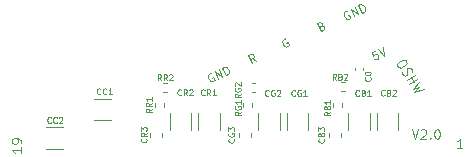
<source format=gbr>
%TF.GenerationSoftware,KiCad,Pcbnew,6.0.11-2627ca5db0~126~ubuntu20.04.1*%
%TF.CreationDate,2023-08-10T10:55:21+02:00*%
%TF.ProjectId,ScartPCB,53636172-7450-4434-922e-6b696361645f,2.0*%
%TF.SameCoordinates,PX76bb820PY7641700*%
%TF.FileFunction,Legend,Top*%
%TF.FilePolarity,Positive*%
%FSLAX46Y46*%
G04 Gerber Fmt 4.6, Leading zero omitted, Abs format (unit mm)*
G04 Created by KiCad (PCBNEW 6.0.11-2627ca5db0~126~ubuntu20.04.1) date 2023-08-10 10:55:21*
%MOMM*%
%LPD*%
G01*
G04 APERTURE LIST*
%ADD10C,0.100000*%
%ADD11C,0.120000*%
G04 APERTURE END LIST*
D10*
X28792719Y16903812D02*
X28718211Y16905848D01*
X28627580Y16863586D01*
X28551037Y16791114D01*
X28518791Y16702519D01*
X28516755Y16628011D01*
X28542894Y16493082D01*
X28585156Y16402452D01*
X28671715Y16295698D01*
X28730100Y16249365D01*
X28818695Y16217119D01*
X28923413Y16229170D01*
X28983834Y16257345D01*
X29060377Y16329817D01*
X29076500Y16374114D01*
X28977889Y16585586D01*
X28857048Y16529237D01*
X29376567Y16440479D02*
X29080734Y17074895D01*
X29739090Y16609527D01*
X29443257Y17243942D01*
X30041193Y16750399D02*
X29745360Y17384815D01*
X29896411Y17455251D01*
X30001129Y17467303D01*
X30089724Y17435057D01*
X30148109Y17388724D01*
X30234669Y17281970D01*
X30276930Y17191339D01*
X30303069Y17056411D01*
X30301034Y16981903D01*
X30268788Y16893308D01*
X30192244Y16820836D01*
X30041193Y16750399D01*
X21092795Y12679570D02*
X20740451Y12883062D01*
X20730272Y12510523D02*
X20434439Y13144938D01*
X20676121Y13257637D01*
X20750629Y13255601D01*
X20794927Y13239478D01*
X20853312Y13193145D01*
X20895573Y13102514D01*
X20893538Y13028006D01*
X20877415Y12983709D01*
X20831082Y12925324D01*
X20589399Y12812626D01*
X26603384Y15633847D02*
X26708102Y15645898D01*
X26752400Y15629775D01*
X26810784Y15583442D01*
X26853046Y15492811D01*
X26851010Y15418304D01*
X26834888Y15374006D01*
X26788554Y15315621D01*
X26546872Y15202923D01*
X26251039Y15837338D01*
X26462511Y15935949D01*
X26537019Y15933914D01*
X26581317Y15917791D01*
X26639701Y15871457D01*
X26667876Y15811037D01*
X26665840Y15736529D01*
X26649717Y15692232D01*
X26603384Y15633847D01*
X26391912Y15535236D01*
X33737166Y12713886D02*
X33817916Y12584660D01*
X33825984Y12499859D01*
X33801746Y12394871D01*
X33692707Y12281815D01*
X33466561Y12140503D01*
X33317147Y12092060D01*
X33212159Y12116299D01*
X33139477Y12160725D01*
X33058728Y12289951D01*
X33050660Y12374752D01*
X33074898Y12479740D01*
X33183937Y12592796D01*
X33410083Y12734108D01*
X33559497Y12782551D01*
X33664485Y12758312D01*
X33737166Y12713886D01*
X33434220Y11760926D02*
X33462476Y11643819D01*
X33563413Y11482286D01*
X33636094Y11437860D01*
X33688588Y11425741D01*
X33773389Y11433809D01*
X33838002Y11474184D01*
X33882428Y11546866D01*
X33894547Y11599360D01*
X33886479Y11684160D01*
X33838036Y11833574D01*
X33829968Y11918375D01*
X33842087Y11970869D01*
X33886513Y12043550D01*
X33951126Y12083925D01*
X34035926Y12091993D01*
X34088420Y12079874D01*
X34161102Y12035448D01*
X34262039Y11873915D01*
X34290294Y11756808D01*
X33825849Y11062300D02*
X34504288Y11486236D01*
X34181222Y11284362D02*
X34423470Y10896683D01*
X34068098Y10674621D02*
X34746536Y11098557D01*
X34908036Y10840104D02*
X34330534Y10254636D01*
X34895883Y10428220D01*
X34492033Y9996183D01*
X35271409Y10258585D01*
X17286519Y11620612D02*
X17212011Y11622648D01*
X17121380Y11580386D01*
X17044837Y11507914D01*
X17012591Y11419319D01*
X17010555Y11344811D01*
X17036694Y11209882D01*
X17078956Y11119252D01*
X17165515Y11012498D01*
X17223900Y10966165D01*
X17312495Y10933919D01*
X17417213Y10945970D01*
X17477634Y10974145D01*
X17554177Y11046617D01*
X17570300Y11090914D01*
X17471689Y11302386D01*
X17350848Y11246037D01*
X17870367Y11157279D02*
X17574534Y11791695D01*
X18232890Y11326327D01*
X17937057Y11960742D01*
X18534993Y11467199D02*
X18239160Y12101615D01*
X18390211Y12172051D01*
X18494929Y12184103D01*
X18583524Y12151857D01*
X18641909Y12105524D01*
X18728469Y11998770D01*
X18770730Y11908139D01*
X18796869Y11773211D01*
X18794834Y11698703D01*
X18762588Y11610108D01*
X18686044Y11537636D01*
X18534993Y11467199D01*
X31173155Y13547069D02*
X30871052Y13406197D01*
X30981715Y13090007D01*
X30997838Y13134304D01*
X31044171Y13192689D01*
X31195222Y13263125D01*
X31269730Y13261090D01*
X31314028Y13244967D01*
X31372412Y13198634D01*
X31442849Y13047582D01*
X31440813Y12973074D01*
X31424690Y12928777D01*
X31378357Y12870392D01*
X31227306Y12799956D01*
X31152798Y12801991D01*
X31108500Y12818114D01*
X31384627Y13645680D02*
X31891931Y13109876D01*
X31807570Y13842902D01*
X23574840Y14565088D02*
X23500332Y14567124D01*
X23409701Y14524862D01*
X23333157Y14452390D01*
X23300911Y14363795D01*
X23298876Y14289287D01*
X23325015Y14154359D01*
X23367276Y14063728D01*
X23453836Y13956974D01*
X23512221Y13910641D01*
X23600816Y13878395D01*
X23705534Y13890447D01*
X23765954Y13918621D01*
X23842498Y13991093D01*
X23858621Y14035391D01*
X23760010Y14246863D01*
X23639169Y14190514D01*
X38542571Y5274096D02*
X38085428Y5274096D01*
X38314000Y5274096D02*
X38314000Y6074096D01*
X38237809Y5959810D01*
X38161619Y5883620D01*
X38085428Y5845524D01*
X1210904Y5356620D02*
X1210904Y4899477D01*
X1210904Y5128048D02*
X410904Y5128048D01*
X525190Y5051858D01*
X601380Y4975667D01*
X639476Y4899477D01*
X1210904Y5737572D02*
X1210904Y5889953D01*
X1172809Y5966143D01*
X1134714Y6004239D01*
X1020428Y6080429D01*
X868047Y6118524D01*
X563285Y6118524D01*
X487095Y6080429D01*
X449000Y6042334D01*
X410904Y5966143D01*
X410904Y5813762D01*
X449000Y5737572D01*
X487095Y5699477D01*
X563285Y5661381D01*
X753761Y5661381D01*
X829952Y5699477D01*
X868047Y5737572D01*
X906142Y5813762D01*
X906142Y5966143D01*
X868047Y6042334D01*
X829952Y6080429D01*
X753761Y6118524D01*
X34275552Y6861496D02*
X34542219Y6061496D01*
X34808885Y6861496D01*
X35037457Y6785305D02*
X35075552Y6823400D01*
X35151742Y6861496D01*
X35342219Y6861496D01*
X35418409Y6823400D01*
X35456504Y6785305D01*
X35494600Y6709115D01*
X35494600Y6632924D01*
X35456504Y6518639D01*
X34999361Y6061496D01*
X35494600Y6061496D01*
X35837457Y6137686D02*
X35875552Y6099591D01*
X35837457Y6061496D01*
X35799361Y6099591D01*
X35837457Y6137686D01*
X35837457Y6061496D01*
X36370790Y6861496D02*
X36446980Y6861496D01*
X36523171Y6823400D01*
X36561266Y6785305D01*
X36599361Y6709115D01*
X36637457Y6556734D01*
X36637457Y6366258D01*
X36599361Y6213877D01*
X36561266Y6137686D01*
X36523171Y6099591D01*
X36446980Y6061496D01*
X36370790Y6061496D01*
X36294600Y6099591D01*
X36256504Y6137686D01*
X36218409Y6213877D01*
X36180314Y6366258D01*
X36180314Y6556734D01*
X36218409Y6709115D01*
X36256504Y6785305D01*
X36294600Y6823400D01*
X36370790Y6861496D01*
%TO.C,CB2*%
X31960866Y9775429D02*
X31937057Y9751620D01*
X31865628Y9727810D01*
X31818009Y9727810D01*
X31746580Y9751620D01*
X31698961Y9799239D01*
X31675152Y9846858D01*
X31651342Y9942096D01*
X31651342Y10013524D01*
X31675152Y10108762D01*
X31698961Y10156381D01*
X31746580Y10204000D01*
X31818009Y10227810D01*
X31865628Y10227810D01*
X31937057Y10204000D01*
X31960866Y10180191D01*
X32341819Y9989715D02*
X32413247Y9965905D01*
X32437057Y9942096D01*
X32460866Y9894477D01*
X32460866Y9823048D01*
X32437057Y9775429D01*
X32413247Y9751620D01*
X32365628Y9727810D01*
X32175152Y9727810D01*
X32175152Y10227810D01*
X32341819Y10227810D01*
X32389438Y10204000D01*
X32413247Y10180191D01*
X32437057Y10132572D01*
X32437057Y10084953D01*
X32413247Y10037334D01*
X32389438Y10013524D01*
X32341819Y9989715D01*
X32175152Y9989715D01*
X32651342Y10180191D02*
X32675152Y10204000D01*
X32722771Y10227810D01*
X32841819Y10227810D01*
X32889438Y10204000D01*
X32913247Y10180191D01*
X32937057Y10132572D01*
X32937057Y10084953D01*
X32913247Y10013524D01*
X32627533Y9727810D01*
X32937057Y9727810D01*
%TO.C,RR1*%
X12243190Y8604667D02*
X12005095Y8438000D01*
X12243190Y8318953D02*
X11743190Y8318953D01*
X11743190Y8509429D01*
X11767000Y8557048D01*
X11790809Y8580858D01*
X11838428Y8604667D01*
X11909857Y8604667D01*
X11957476Y8580858D01*
X11981285Y8557048D01*
X12005095Y8509429D01*
X12005095Y8318953D01*
X12243190Y9104667D02*
X12005095Y8938000D01*
X12243190Y8818953D02*
X11743190Y8818953D01*
X11743190Y9009429D01*
X11767000Y9057048D01*
X11790809Y9080858D01*
X11838428Y9104667D01*
X11909857Y9104667D01*
X11957476Y9080858D01*
X11981285Y9057048D01*
X12005095Y9009429D01*
X12005095Y8818953D01*
X12243190Y9580858D02*
X12243190Y9295143D01*
X12243190Y9438000D02*
X11743190Y9438000D01*
X11814619Y9390381D01*
X11862238Y9342762D01*
X11886047Y9295143D01*
%TO.C,CR3*%
X11771771Y6090067D02*
X11795580Y6066258D01*
X11819390Y5994829D01*
X11819390Y5947210D01*
X11795580Y5875781D01*
X11747961Y5828162D01*
X11700342Y5804353D01*
X11605104Y5780543D01*
X11533676Y5780543D01*
X11438438Y5804353D01*
X11390819Y5828162D01*
X11343200Y5875781D01*
X11319390Y5947210D01*
X11319390Y5994829D01*
X11343200Y6066258D01*
X11367009Y6090067D01*
X11819390Y6590067D02*
X11581295Y6423400D01*
X11819390Y6304353D02*
X11319390Y6304353D01*
X11319390Y6494829D01*
X11343200Y6542448D01*
X11367009Y6566258D01*
X11414628Y6590067D01*
X11486057Y6590067D01*
X11533676Y6566258D01*
X11557485Y6542448D01*
X11581295Y6494829D01*
X11581295Y6304353D01*
X11319390Y6756734D02*
X11319390Y7066258D01*
X11509866Y6899591D01*
X11509866Y6971020D01*
X11533676Y7018639D01*
X11557485Y7042448D01*
X11605104Y7066258D01*
X11724152Y7066258D01*
X11771771Y7042448D01*
X11795580Y7018639D01*
X11819390Y6971020D01*
X11819390Y6828162D01*
X11795580Y6780543D01*
X11771771Y6756734D01*
%TO.C,RG2*%
X19769590Y9874667D02*
X19531495Y9708000D01*
X19769590Y9588953D02*
X19269590Y9588953D01*
X19269590Y9779429D01*
X19293400Y9827048D01*
X19317209Y9850858D01*
X19364828Y9874667D01*
X19436257Y9874667D01*
X19483876Y9850858D01*
X19507685Y9827048D01*
X19531495Y9779429D01*
X19531495Y9588953D01*
X19293400Y10350858D02*
X19269590Y10303239D01*
X19269590Y10231810D01*
X19293400Y10160381D01*
X19341019Y10112762D01*
X19388638Y10088953D01*
X19483876Y10065143D01*
X19555304Y10065143D01*
X19650542Y10088953D01*
X19698161Y10112762D01*
X19745780Y10160381D01*
X19769590Y10231810D01*
X19769590Y10279429D01*
X19745780Y10350858D01*
X19721971Y10374667D01*
X19555304Y10374667D01*
X19555304Y10279429D01*
X19317209Y10565143D02*
X19293400Y10588953D01*
X19269590Y10636572D01*
X19269590Y10755620D01*
X19293400Y10803239D01*
X19317209Y10827048D01*
X19364828Y10850858D01*
X19412447Y10850858D01*
X19483876Y10827048D01*
X19769590Y10541334D01*
X19769590Y10850858D01*
%TO.C,RB2*%
X27846066Y11074010D02*
X27679400Y11312105D01*
X27560352Y11074010D02*
X27560352Y11574010D01*
X27750828Y11574010D01*
X27798447Y11550200D01*
X27822257Y11526391D01*
X27846066Y11478772D01*
X27846066Y11407343D01*
X27822257Y11359724D01*
X27798447Y11335915D01*
X27750828Y11312105D01*
X27560352Y11312105D01*
X28227019Y11335915D02*
X28298447Y11312105D01*
X28322257Y11288296D01*
X28346066Y11240677D01*
X28346066Y11169248D01*
X28322257Y11121629D01*
X28298447Y11097820D01*
X28250828Y11074010D01*
X28060352Y11074010D01*
X28060352Y11574010D01*
X28227019Y11574010D01*
X28274638Y11550200D01*
X28298447Y11526391D01*
X28322257Y11478772D01*
X28322257Y11431153D01*
X28298447Y11383534D01*
X28274638Y11359724D01*
X28227019Y11335915D01*
X28060352Y11335915D01*
X28536542Y11526391D02*
X28560352Y11550200D01*
X28607971Y11574010D01*
X28727019Y11574010D01*
X28774638Y11550200D01*
X28798447Y11526391D01*
X28822257Y11478772D01*
X28822257Y11431153D01*
X28798447Y11359724D01*
X28512733Y11074010D01*
X28822257Y11074010D01*
%TO.C,CG2*%
X22156466Y9750029D02*
X22132657Y9726220D01*
X22061228Y9702410D01*
X22013609Y9702410D01*
X21942180Y9726220D01*
X21894561Y9773839D01*
X21870752Y9821458D01*
X21846942Y9916696D01*
X21846942Y9988124D01*
X21870752Y10083362D01*
X21894561Y10130981D01*
X21942180Y10178600D01*
X22013609Y10202410D01*
X22061228Y10202410D01*
X22132657Y10178600D01*
X22156466Y10154791D01*
X22632657Y10178600D02*
X22585038Y10202410D01*
X22513609Y10202410D01*
X22442180Y10178600D01*
X22394561Y10130981D01*
X22370752Y10083362D01*
X22346942Y9988124D01*
X22346942Y9916696D01*
X22370752Y9821458D01*
X22394561Y9773839D01*
X22442180Y9726220D01*
X22513609Y9702410D01*
X22561228Y9702410D01*
X22632657Y9726220D01*
X22656466Y9750029D01*
X22656466Y9916696D01*
X22561228Y9916696D01*
X22846942Y10154791D02*
X22870752Y10178600D01*
X22918371Y10202410D01*
X23037419Y10202410D01*
X23085038Y10178600D01*
X23108847Y10154791D01*
X23132657Y10107172D01*
X23132657Y10059553D01*
X23108847Y9988124D01*
X22823133Y9702410D01*
X23132657Y9702410D01*
%TO.C,CR1*%
X16720866Y9800829D02*
X16697057Y9777020D01*
X16625628Y9753210D01*
X16578009Y9753210D01*
X16506580Y9777020D01*
X16458961Y9824639D01*
X16435152Y9872258D01*
X16411342Y9967496D01*
X16411342Y10038924D01*
X16435152Y10134162D01*
X16458961Y10181781D01*
X16506580Y10229400D01*
X16578009Y10253210D01*
X16625628Y10253210D01*
X16697057Y10229400D01*
X16720866Y10205591D01*
X17220866Y9753210D02*
X17054200Y9991305D01*
X16935152Y9753210D02*
X16935152Y10253210D01*
X17125628Y10253210D01*
X17173247Y10229400D01*
X17197057Y10205591D01*
X17220866Y10157972D01*
X17220866Y10086543D01*
X17197057Y10038924D01*
X17173247Y10015115D01*
X17125628Y9991305D01*
X16935152Y9991305D01*
X17697057Y9753210D02*
X17411342Y9753210D01*
X17554200Y9753210D02*
X17554200Y10253210D01*
X17506580Y10181781D01*
X17458961Y10134162D01*
X17411342Y10110353D01*
%TO.C,RR2*%
X13037866Y11023210D02*
X12871200Y11261305D01*
X12752152Y11023210D02*
X12752152Y11523210D01*
X12942628Y11523210D01*
X12990247Y11499400D01*
X13014057Y11475591D01*
X13037866Y11427972D01*
X13037866Y11356543D01*
X13014057Y11308924D01*
X12990247Y11285115D01*
X12942628Y11261305D01*
X12752152Y11261305D01*
X13537866Y11023210D02*
X13371200Y11261305D01*
X13252152Y11023210D02*
X13252152Y11523210D01*
X13442628Y11523210D01*
X13490247Y11499400D01*
X13514057Y11475591D01*
X13537866Y11427972D01*
X13537866Y11356543D01*
X13514057Y11308924D01*
X13490247Y11285115D01*
X13442628Y11261305D01*
X13252152Y11261305D01*
X13728342Y11475591D02*
X13752152Y11499400D01*
X13799771Y11523210D01*
X13918819Y11523210D01*
X13966438Y11499400D01*
X13990247Y11475591D01*
X14014057Y11427972D01*
X14014057Y11380353D01*
X13990247Y11308924D01*
X13704533Y11023210D01*
X14014057Y11023210D01*
%TO.C,RB1*%
X27356190Y8350667D02*
X27118095Y8184000D01*
X27356190Y8064953D02*
X26856190Y8064953D01*
X26856190Y8255429D01*
X26880000Y8303048D01*
X26903809Y8326858D01*
X26951428Y8350667D01*
X27022857Y8350667D01*
X27070476Y8326858D01*
X27094285Y8303048D01*
X27118095Y8255429D01*
X27118095Y8064953D01*
X27094285Y8731620D02*
X27118095Y8803048D01*
X27141904Y8826858D01*
X27189523Y8850667D01*
X27260952Y8850667D01*
X27308571Y8826858D01*
X27332380Y8803048D01*
X27356190Y8755429D01*
X27356190Y8564953D01*
X26856190Y8564953D01*
X26856190Y8731620D01*
X26880000Y8779239D01*
X26903809Y8803048D01*
X26951428Y8826858D01*
X26999047Y8826858D01*
X27046666Y8803048D01*
X27070476Y8779239D01*
X27094285Y8731620D01*
X27094285Y8564953D01*
X27356190Y9326858D02*
X27356190Y9041143D01*
X27356190Y9184000D02*
X26856190Y9184000D01*
X26927619Y9136381D01*
X26975238Y9088762D01*
X26999047Y9041143D01*
%TO.C,CR2*%
X14739666Y9800829D02*
X14715857Y9777020D01*
X14644428Y9753210D01*
X14596809Y9753210D01*
X14525380Y9777020D01*
X14477761Y9824639D01*
X14453952Y9872258D01*
X14430142Y9967496D01*
X14430142Y10038924D01*
X14453952Y10134162D01*
X14477761Y10181781D01*
X14525380Y10229400D01*
X14596809Y10253210D01*
X14644428Y10253210D01*
X14715857Y10229400D01*
X14739666Y10205591D01*
X15239666Y9753210D02*
X15073000Y9991305D01*
X14953952Y9753210D02*
X14953952Y10253210D01*
X15144428Y10253210D01*
X15192047Y10229400D01*
X15215857Y10205591D01*
X15239666Y10157972D01*
X15239666Y10086543D01*
X15215857Y10038924D01*
X15192047Y10015115D01*
X15144428Y9991305D01*
X14953952Y9991305D01*
X15430142Y10205591D02*
X15453952Y10229400D01*
X15501571Y10253210D01*
X15620619Y10253210D01*
X15668238Y10229400D01*
X15692047Y10205591D01*
X15715857Y10157972D01*
X15715857Y10110353D01*
X15692047Y10038924D01*
X15406333Y9753210D01*
X15715857Y9753210D01*
%TO.C,RG1*%
X19794990Y8350667D02*
X19556895Y8184000D01*
X19794990Y8064953D02*
X19294990Y8064953D01*
X19294990Y8255429D01*
X19318800Y8303048D01*
X19342609Y8326858D01*
X19390228Y8350667D01*
X19461657Y8350667D01*
X19509276Y8326858D01*
X19533085Y8303048D01*
X19556895Y8255429D01*
X19556895Y8064953D01*
X19318800Y8826858D02*
X19294990Y8779239D01*
X19294990Y8707810D01*
X19318800Y8636381D01*
X19366419Y8588762D01*
X19414038Y8564953D01*
X19509276Y8541143D01*
X19580704Y8541143D01*
X19675942Y8564953D01*
X19723561Y8588762D01*
X19771180Y8636381D01*
X19794990Y8707810D01*
X19794990Y8755429D01*
X19771180Y8826858D01*
X19747371Y8850667D01*
X19580704Y8850667D01*
X19580704Y8755429D01*
X19794990Y9326858D02*
X19794990Y9041143D01*
X19794990Y9184000D02*
X19294990Y9184000D01*
X19366419Y9136381D01*
X19414038Y9088762D01*
X19437847Y9041143D01*
%TO.C,CG1*%
X24391666Y9750029D02*
X24367857Y9726220D01*
X24296428Y9702410D01*
X24248809Y9702410D01*
X24177380Y9726220D01*
X24129761Y9773839D01*
X24105952Y9821458D01*
X24082142Y9916696D01*
X24082142Y9988124D01*
X24105952Y10083362D01*
X24129761Y10130981D01*
X24177380Y10178600D01*
X24248809Y10202410D01*
X24296428Y10202410D01*
X24367857Y10178600D01*
X24391666Y10154791D01*
X24867857Y10178600D02*
X24820238Y10202410D01*
X24748809Y10202410D01*
X24677380Y10178600D01*
X24629761Y10130981D01*
X24605952Y10083362D01*
X24582142Y9988124D01*
X24582142Y9916696D01*
X24605952Y9821458D01*
X24629761Y9773839D01*
X24677380Y9726220D01*
X24748809Y9702410D01*
X24796428Y9702410D01*
X24867857Y9726220D01*
X24891666Y9750029D01*
X24891666Y9916696D01*
X24796428Y9916696D01*
X25367857Y9702410D02*
X25082142Y9702410D01*
X25225000Y9702410D02*
X25225000Y10202410D01*
X25177380Y10130981D01*
X25129761Y10083362D01*
X25082142Y10059553D01*
%TO.C,CB3*%
X26800571Y6064667D02*
X26824380Y6040858D01*
X26848190Y5969429D01*
X26848190Y5921810D01*
X26824380Y5850381D01*
X26776761Y5802762D01*
X26729142Y5778953D01*
X26633904Y5755143D01*
X26562476Y5755143D01*
X26467238Y5778953D01*
X26419619Y5802762D01*
X26372000Y5850381D01*
X26348190Y5921810D01*
X26348190Y5969429D01*
X26372000Y6040858D01*
X26395809Y6064667D01*
X26586285Y6445620D02*
X26610095Y6517048D01*
X26633904Y6540858D01*
X26681523Y6564667D01*
X26752952Y6564667D01*
X26800571Y6540858D01*
X26824380Y6517048D01*
X26848190Y6469429D01*
X26848190Y6278953D01*
X26348190Y6278953D01*
X26348190Y6445620D01*
X26372000Y6493239D01*
X26395809Y6517048D01*
X26443428Y6540858D01*
X26491047Y6540858D01*
X26538666Y6517048D01*
X26562476Y6493239D01*
X26586285Y6445620D01*
X26586285Y6278953D01*
X26348190Y6731334D02*
X26348190Y7040858D01*
X26538666Y6874191D01*
X26538666Y6945620D01*
X26562476Y6993239D01*
X26586285Y7017048D01*
X26633904Y7040858D01*
X26752952Y7040858D01*
X26800571Y7017048D01*
X26824380Y6993239D01*
X26848190Y6945620D01*
X26848190Y6802762D01*
X26824380Y6755143D01*
X26800571Y6731334D01*
%TO.C,CC2*%
X3716066Y7464029D02*
X3692257Y7440220D01*
X3620828Y7416410D01*
X3573209Y7416410D01*
X3501780Y7440220D01*
X3454161Y7487839D01*
X3430352Y7535458D01*
X3406542Y7630696D01*
X3406542Y7702124D01*
X3430352Y7797362D01*
X3454161Y7844981D01*
X3501780Y7892600D01*
X3573209Y7916410D01*
X3620828Y7916410D01*
X3692257Y7892600D01*
X3716066Y7868791D01*
X4216066Y7464029D02*
X4192257Y7440220D01*
X4120828Y7416410D01*
X4073209Y7416410D01*
X4001780Y7440220D01*
X3954161Y7487839D01*
X3930352Y7535458D01*
X3906542Y7630696D01*
X3906542Y7702124D01*
X3930352Y7797362D01*
X3954161Y7844981D01*
X4001780Y7892600D01*
X4073209Y7916410D01*
X4120828Y7916410D01*
X4192257Y7892600D01*
X4216066Y7868791D01*
X4406542Y7868791D02*
X4430352Y7892600D01*
X4477971Y7916410D01*
X4597019Y7916410D01*
X4644638Y7892600D01*
X4668447Y7868791D01*
X4692257Y7821172D01*
X4692257Y7773553D01*
X4668447Y7702124D01*
X4382733Y7416410D01*
X4692257Y7416410D01*
%TO.C,CB1*%
X29801866Y9750029D02*
X29778057Y9726220D01*
X29706628Y9702410D01*
X29659009Y9702410D01*
X29587580Y9726220D01*
X29539961Y9773839D01*
X29516152Y9821458D01*
X29492342Y9916696D01*
X29492342Y9988124D01*
X29516152Y10083362D01*
X29539961Y10130981D01*
X29587580Y10178600D01*
X29659009Y10202410D01*
X29706628Y10202410D01*
X29778057Y10178600D01*
X29801866Y10154791D01*
X30182819Y9964315D02*
X30254247Y9940505D01*
X30278057Y9916696D01*
X30301866Y9869077D01*
X30301866Y9797648D01*
X30278057Y9750029D01*
X30254247Y9726220D01*
X30206628Y9702410D01*
X30016152Y9702410D01*
X30016152Y10202410D01*
X30182819Y10202410D01*
X30230438Y10178600D01*
X30254247Y10154791D01*
X30278057Y10107172D01*
X30278057Y10059553D01*
X30254247Y10011934D01*
X30230438Y9988124D01*
X30182819Y9964315D01*
X30016152Y9964315D01*
X30778057Y9702410D02*
X30492342Y9702410D01*
X30635200Y9702410D02*
X30635200Y10202410D01*
X30587580Y10130981D01*
X30539961Y10083362D01*
X30492342Y10059553D01*
%TO.C,C0*%
X30745571Y11293067D02*
X30769380Y11269258D01*
X30793190Y11197829D01*
X30793190Y11150210D01*
X30769380Y11078781D01*
X30721761Y11031162D01*
X30674142Y11007353D01*
X30578904Y10983543D01*
X30507476Y10983543D01*
X30412238Y11007353D01*
X30364619Y11031162D01*
X30317000Y11078781D01*
X30293190Y11150210D01*
X30293190Y11197829D01*
X30317000Y11269258D01*
X30340809Y11293067D01*
X30293190Y11602591D02*
X30293190Y11650210D01*
X30317000Y11697829D01*
X30340809Y11721639D01*
X30388428Y11745448D01*
X30483666Y11769258D01*
X30602714Y11769258D01*
X30697952Y11745448D01*
X30745571Y11721639D01*
X30769380Y11697829D01*
X30793190Y11650210D01*
X30793190Y11602591D01*
X30769380Y11554972D01*
X30745571Y11531162D01*
X30697952Y11507353D01*
X30602714Y11483543D01*
X30483666Y11483543D01*
X30388428Y11507353D01*
X30340809Y11531162D01*
X30317000Y11554972D01*
X30293190Y11602591D01*
%TO.C,CG3*%
X19180571Y6064667D02*
X19204380Y6040858D01*
X19228190Y5969429D01*
X19228190Y5921810D01*
X19204380Y5850381D01*
X19156761Y5802762D01*
X19109142Y5778953D01*
X19013904Y5755143D01*
X18942476Y5755143D01*
X18847238Y5778953D01*
X18799619Y5802762D01*
X18752000Y5850381D01*
X18728190Y5921810D01*
X18728190Y5969429D01*
X18752000Y6040858D01*
X18775809Y6064667D01*
X18752000Y6540858D02*
X18728190Y6493239D01*
X18728190Y6421810D01*
X18752000Y6350381D01*
X18799619Y6302762D01*
X18847238Y6278953D01*
X18942476Y6255143D01*
X19013904Y6255143D01*
X19109142Y6278953D01*
X19156761Y6302762D01*
X19204380Y6350381D01*
X19228190Y6421810D01*
X19228190Y6469429D01*
X19204380Y6540858D01*
X19180571Y6564667D01*
X19013904Y6564667D01*
X19013904Y6469429D01*
X18728190Y6731334D02*
X18728190Y7040858D01*
X18918666Y6874191D01*
X18918666Y6945620D01*
X18942476Y6993239D01*
X18966285Y7017048D01*
X19013904Y7040858D01*
X19132952Y7040858D01*
X19180571Y7017048D01*
X19204380Y6993239D01*
X19228190Y6945620D01*
X19228190Y6802762D01*
X19204380Y6755143D01*
X19180571Y6731334D01*
%TO.C,CC1*%
X7907066Y9902429D02*
X7883257Y9878620D01*
X7811828Y9854810D01*
X7764209Y9854810D01*
X7692780Y9878620D01*
X7645161Y9926239D01*
X7621352Y9973858D01*
X7597542Y10069096D01*
X7597542Y10140524D01*
X7621352Y10235762D01*
X7645161Y10283381D01*
X7692780Y10331000D01*
X7764209Y10354810D01*
X7811828Y10354810D01*
X7883257Y10331000D01*
X7907066Y10307191D01*
X8407066Y9902429D02*
X8383257Y9878620D01*
X8311828Y9854810D01*
X8264209Y9854810D01*
X8192780Y9878620D01*
X8145161Y9926239D01*
X8121352Y9973858D01*
X8097542Y10069096D01*
X8097542Y10140524D01*
X8121352Y10235762D01*
X8145161Y10283381D01*
X8192780Y10331000D01*
X8264209Y10354810D01*
X8311828Y10354810D01*
X8383257Y10331000D01*
X8407066Y10307191D01*
X8883257Y9854810D02*
X8597542Y9854810D01*
X8740400Y9854810D02*
X8740400Y10354810D01*
X8692780Y10283381D01*
X8645161Y10235762D01*
X8597542Y10211953D01*
D11*
%TO.C,CB2*%
X31300000Y8252252D02*
X31300000Y6829748D01*
X33120000Y8252252D02*
X33120000Y6829748D01*
%TO.C,RR1*%
X13286000Y9091641D02*
X13286000Y8784359D01*
X12526000Y9091641D02*
X12526000Y8784359D01*
%TO.C,CR3*%
X13162000Y6538580D02*
X13162000Y6257420D01*
X12142000Y6538580D02*
X12142000Y6257420D01*
%TO.C,RG2*%
X21017841Y10816600D02*
X20710559Y10816600D01*
X21017841Y10056600D02*
X20710559Y10056600D01*
%TO.C,RB2*%
X28305159Y10842000D02*
X28612441Y10842000D01*
X28305159Y10082000D02*
X28612441Y10082000D01*
%TO.C,CG2*%
X23087000Y8252252D02*
X23087000Y6829748D01*
X21267000Y8252252D02*
X21267000Y6829748D01*
%TO.C,CR1*%
X16187000Y8252252D02*
X16187000Y6829748D01*
X18007000Y8252252D02*
X18007000Y6829748D01*
%TO.C,RR2*%
X13524841Y10056600D02*
X13217559Y10056600D01*
X13524841Y10816600D02*
X13217559Y10816600D01*
%TO.C,RB1*%
X27639000Y9091641D02*
X27639000Y8784359D01*
X28399000Y9091641D02*
X28399000Y8784359D01*
%TO.C,CR2*%
X15594000Y8252252D02*
X15594000Y6829748D01*
X13774000Y8252252D02*
X13774000Y6829748D01*
%TO.C,RG1*%
X20779000Y9091641D02*
X20779000Y8784359D01*
X20019000Y9091641D02*
X20019000Y8784359D01*
%TO.C,CG1*%
X23680000Y8252252D02*
X23680000Y6829748D01*
X25500000Y8252252D02*
X25500000Y6829748D01*
%TO.C,CB3*%
X27255000Y6538580D02*
X27255000Y6257420D01*
X28275000Y6538580D02*
X28275000Y6257420D01*
%TO.C,CC2*%
X3312748Y7054000D02*
X4735252Y7054000D01*
X3312748Y5234000D02*
X4735252Y5234000D01*
%TO.C,CB1*%
X30707000Y8252252D02*
X30707000Y6829748D01*
X28887000Y8252252D02*
X28887000Y6829748D01*
%TO.C,C0*%
X29445000Y12093836D02*
X29445000Y11878164D01*
X30165000Y12093836D02*
X30165000Y11878164D01*
%TO.C,CG3*%
X20655000Y6538580D02*
X20655000Y6257420D01*
X19635000Y6538580D02*
X19635000Y6257420D01*
%TO.C,CC1*%
X7376748Y7647000D02*
X8799252Y7647000D01*
X7376748Y9467000D02*
X8799252Y9467000D01*
%TD*%
M02*

</source>
